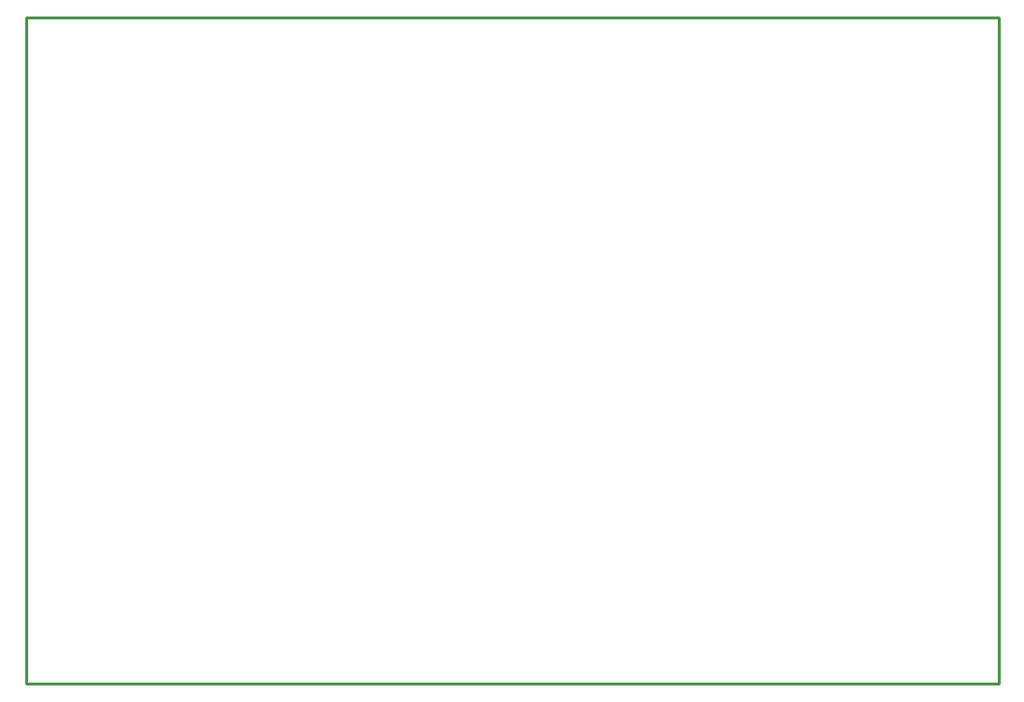
<source format=gbr>
G04 start of page 10 for group -4078 idx -4078 *
G04 Title: (unknown), bottomsilk *
G04 Creator: pcb 4.0.2 *
G04 CreationDate: Sat May 14 18:06:43 2022 UTC *
G04 For: railfan *
G04 Format: Gerber/RS-274X *
G04 PCB-Dimensions (mil): 3350.00 2300.00 *
G04 PCB-Coordinate-Origin: lower left *
%MOIN*%
%FSLAX25Y25*%
%LNBOTTOMSILK*%
%ADD73C,0.0100*%
G54D73*X500Y500D02*X334500D01*
Y229500D01*
X500D01*
Y500D01*
M02*

</source>
